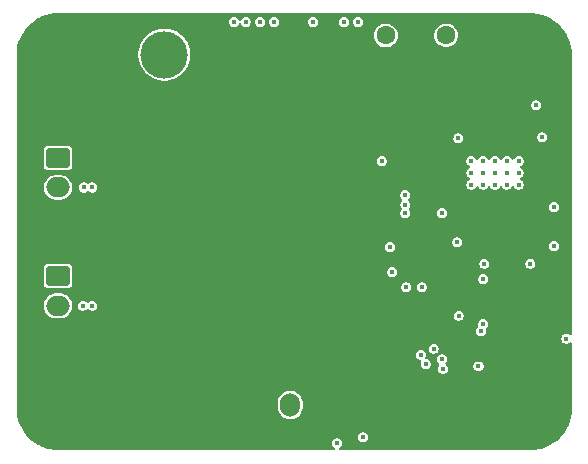
<source format=gbr>
%TF.GenerationSoftware,KiCad,Pcbnew,9.0.6-9.0.6~ubuntu22.04.1*%
%TF.CreationDate,2025-11-05T22:25:10+01:00*%
%TF.ProjectId,FliperKAd,466c6970-6572-44b4-9164-2e6b69636164,rev?*%
%TF.SameCoordinates,Original*%
%TF.FileFunction,Copper,L2,Inr*%
%TF.FilePolarity,Positive*%
%FSLAX46Y46*%
G04 Gerber Fmt 4.6, Leading zero omitted, Abs format (unit mm)*
G04 Created by KiCad (PCBNEW 9.0.6-9.0.6~ubuntu22.04.1) date 2025-11-05 22:25:10*
%MOMM*%
%LPD*%
G01*
G04 APERTURE LIST*
G04 Aperture macros list*
%AMRoundRect*
0 Rectangle with rounded corners*
0 $1 Rounding radius*
0 $2 $3 $4 $5 $6 $7 $8 $9 X,Y pos of 4 corners*
0 Add a 4 corners polygon primitive as box body*
4,1,4,$2,$3,$4,$5,$6,$7,$8,$9,$2,$3,0*
0 Add four circle primitives for the rounded corners*
1,1,$1+$1,$2,$3*
1,1,$1+$1,$4,$5*
1,1,$1+$1,$6,$7*
1,1,$1+$1,$8,$9*
0 Add four rect primitives between the rounded corners*
20,1,$1+$1,$2,$3,$4,$5,0*
20,1,$1+$1,$4,$5,$6,$7,0*
20,1,$1+$1,$6,$7,$8,$9,0*
20,1,$1+$1,$8,$9,$2,$3,0*%
G04 Aperture macros list end*
%TA.AperFunction,ComponentPad*%
%ADD10RoundRect,0.760000X1.140000X1.140000X-1.140000X1.140000X-1.140000X-1.140000X1.140000X-1.140000X0*%
%TD*%
%TA.AperFunction,ComponentPad*%
%ADD11C,4.000000*%
%TD*%
%TA.AperFunction,ComponentPad*%
%ADD12C,0.800000*%
%TD*%
%TA.AperFunction,ComponentPad*%
%ADD13C,6.400000*%
%TD*%
%TA.AperFunction,ComponentPad*%
%ADD14RoundRect,0.250000X-0.750000X0.600000X-0.750000X-0.600000X0.750000X-0.600000X0.750000X0.600000X0*%
%TD*%
%TA.AperFunction,ComponentPad*%
%ADD15O,2.000000X1.700000*%
%TD*%
%TA.AperFunction,ComponentPad*%
%ADD16RoundRect,0.800000X0.000010X0.000010X-0.000010X0.000010X-0.000010X-0.000010X0.000010X-0.000010X0*%
%TD*%
%TA.AperFunction,ComponentPad*%
%ADD17O,1.700000X2.000000*%
%TD*%
%TA.AperFunction,ComponentPad*%
%ADD18RoundRect,0.250000X-0.600000X-0.750000X0.600000X-0.750000X0.600000X0.750000X-0.600000X0.750000X0*%
%TD*%
%TA.AperFunction,ViaPad*%
%ADD19C,0.450000*%
%TD*%
G04 APERTURE END LIST*
D10*
%TO.N,GND*%
%TO.C,J2*%
X34000000Y-20000000D03*
D11*
%TO.N,+24V*%
X29000000Y-20000000D03*
%TD*%
D12*
%TO.N,GND*%
%TO.C,H1*%
X17600000Y-20000000D03*
X18302944Y-18302944D03*
X18302944Y-21697056D03*
X20000000Y-17600000D03*
D13*
X20000000Y-20000000D03*
D12*
X20000000Y-22400000D03*
X21697056Y-18302944D03*
X21697056Y-21697056D03*
X22400000Y-20000000D03*
%TD*%
%TO.N,GND*%
%TO.C,H2*%
X57600000Y-20000000D03*
X58302944Y-18302944D03*
X58302944Y-21697056D03*
X60000000Y-17600000D03*
D13*
X60000000Y-20000000D03*
D12*
X60000000Y-22400000D03*
X61697056Y-18302944D03*
X61697056Y-21697056D03*
X62400000Y-20000000D03*
%TD*%
D14*
%TO.N,Sortie-Sol\u00E9noideA*%
%TO.C,J3*%
X20000000Y-28750000D03*
D15*
%TO.N,+24V*%
X20000000Y-31250000D03*
%TD*%
D12*
%TO.N,GND*%
%TO.C,H3*%
X57600000Y-50000000D03*
X58302944Y-48302944D03*
X58302944Y-51697056D03*
X60000000Y-47600000D03*
D13*
X60000000Y-50000000D03*
D12*
X60000000Y-52400000D03*
X61697056Y-48302944D03*
X61697056Y-51697056D03*
X62400000Y-50000000D03*
%TD*%
D16*
%TO.N,+24V*%
%TO.C,U3*%
X47755000Y-18380000D03*
%TO.N,GND*%
X50300000Y-18370000D03*
%TO.N,/12test*%
X52855000Y-18370000D03*
%TD*%
D12*
%TO.N,GND*%
%TO.C,H4*%
X17600000Y-50000000D03*
X18302944Y-48302944D03*
X18302944Y-51697056D03*
X20000000Y-47600000D03*
D13*
X20000000Y-50000000D03*
D12*
X20000000Y-52400000D03*
X21697056Y-48302944D03*
X21697056Y-51697056D03*
X22400000Y-50000000D03*
%TD*%
D17*
%TO.N,Bouton_Actif*%
%TO.C,J1*%
X39675000Y-49675000D03*
D18*
%TO.N,GND*%
X37175000Y-49675000D03*
%TD*%
D14*
%TO.N,Sortie-Sol\u00E9noideB*%
%TO.C,J4*%
X20000000Y-38750000D03*
D15*
%TO.N,+24V*%
X20000000Y-41250000D03*
%TD*%
D19*
%TO.N,GND*%
X27300000Y-31800000D03*
X32500000Y-31800000D03*
X29900000Y-32600000D03*
X29900000Y-31000000D03*
X27300000Y-43300000D03*
X32500000Y-43300000D03*
X29900000Y-44100000D03*
X29900000Y-42500000D03*
X45600000Y-51500000D03*
X54700000Y-46600000D03*
%TO.N,+12V*%
X61000000Y-27000000D03*
%TO.N,+24V*%
X58000000Y-30000000D03*
X57000000Y-30000000D03*
X56000000Y-30000000D03*
X55000000Y-30000000D03*
X55000000Y-31000000D03*
X56000000Y-31000000D03*
X57000000Y-31000000D03*
X58000000Y-31000000D03*
X59000000Y-31000000D03*
X59000000Y-30000000D03*
X59000000Y-29000000D03*
X58000000Y-29000000D03*
X57000000Y-29000000D03*
X56000000Y-29000000D03*
X55000000Y-29000000D03*
%TO.N,NRST*%
X56000000Y-39000000D03*
X51122250Y-46200000D03*
%TO.N,USART2_RX*%
X60000000Y-37700000D03*
%TO.N,USART2_TX*%
X52500000Y-45800000D03*
X56100000Y-37700000D03*
%TO.N,USART2_RX*%
X52600000Y-46600000D03*
%TO.N,SYS_SWCLK*%
X56000000Y-42800000D03*
X50725000Y-45400000D03*
%TO.N,SYS_SWDIO*%
X55800000Y-43400000D03*
X51800000Y-44900000D03*
%TO.N,GND*%
X47100000Y-34500000D03*
%TO.N,/Test 3.3*%
X49400000Y-32700000D03*
%TO.N,Net-(U4-FSW)*%
X53800000Y-35900000D03*
X49400000Y-31900000D03*
%TO.N,Net-(U4-FB)*%
X49400000Y-33400000D03*
X52500000Y-33400000D03*
%TO.N,GND*%
X58300000Y-34300000D03*
X55900000Y-34300000D03*
X57100000Y-35500000D03*
X59200000Y-33900000D03*
%TO.N,+24V*%
X60500000Y-24300000D03*
X45400000Y-17225000D03*
X41600000Y-17225000D03*
X44200000Y-17225000D03*
X34900000Y-17225000D03*
X35900000Y-17225000D03*
X37100000Y-17225000D03*
X38300000Y-17225000D03*
%TO.N,GND*%
X46000000Y-20175000D03*
X45000000Y-20175000D03*
X44100000Y-20175000D03*
X36700000Y-20175000D03*
X37700000Y-20175000D03*
X38700000Y-20175000D03*
X41700000Y-20175000D03*
X53225000Y-51600000D03*
%TO.N,Com-SolB*%
X50800000Y-39700000D03*
X49500000Y-39700000D03*
%TO.N,GND*%
X44900000Y-28700000D03*
X44900000Y-41100000D03*
%TO.N,+24V*%
X22200000Y-31250000D03*
X22900000Y-31250000D03*
X22900000Y-41250000D03*
X22100000Y-41250000D03*
%TO.N,GND*%
X47400000Y-53100000D03*
%TO.N,+3.3V*%
X45825000Y-52400000D03*
X43625000Y-52900000D03*
%TO.N,GND*%
X44425000Y-50500000D03*
%TO.N,+3.3V*%
X53925000Y-42100000D03*
X55600000Y-46400000D03*
%TO.N,GND*%
X55200000Y-44800000D03*
%TO.N,+3.3V*%
X62000000Y-36200000D03*
%TO.N,/Test 3.3*%
X62000000Y-32900000D03*
X53900000Y-27100000D03*
%TO.N,+3.3V*%
X63040000Y-44040000D03*
%TO.N,GND*%
X63070000Y-42770000D03*
X63100000Y-41500000D03*
X63100000Y-39000000D03*
%TO.N,+12V*%
X47400000Y-29000000D03*
X48100000Y-36300000D03*
X48300000Y-38400000D03*
%TO.N,GND*%
X55200000Y-38400000D03*
X50900000Y-34100000D03*
X50900000Y-32600000D03*
X49300000Y-29900000D03*
X49200000Y-27100000D03*
%TD*%
%TA.AperFunction,Conductor*%
%TO.N,GND*%
G36*
X60003032Y-16500648D02*
G01*
X60336929Y-16517052D01*
X60349037Y-16518245D01*
X60452146Y-16533539D01*
X60676699Y-16566849D01*
X60688617Y-16569219D01*
X61009951Y-16649709D01*
X61021588Y-16653240D01*
X61092806Y-16678722D01*
X61333467Y-16764832D01*
X61344688Y-16769479D01*
X61644163Y-16911120D01*
X61654871Y-16916844D01*
X61938986Y-17087136D01*
X61938988Y-17087137D01*
X61949103Y-17093895D01*
X61978184Y-17115463D01*
X62215170Y-17291224D01*
X62224576Y-17298944D01*
X62470013Y-17521395D01*
X62478604Y-17529986D01*
X62587831Y-17650499D01*
X62701055Y-17775423D01*
X62708775Y-17784829D01*
X62906102Y-18050893D01*
X62912862Y-18061011D01*
X63081294Y-18342024D01*
X63083148Y-18345116D01*
X63088883Y-18355844D01*
X63184220Y-18557418D01*
X63230514Y-18655297D01*
X63235170Y-18666540D01*
X63346759Y-18978411D01*
X63350292Y-18990055D01*
X63430777Y-19311369D01*
X63433151Y-19323305D01*
X63481754Y-19650962D01*
X63482947Y-19663071D01*
X63499351Y-19996966D01*
X63499500Y-20003051D01*
X63499500Y-43600180D01*
X63479815Y-43667219D01*
X63427011Y-43712974D01*
X63357853Y-43722918D01*
X63309012Y-43702348D01*
X63308302Y-43703579D01*
X63204239Y-43643498D01*
X63204238Y-43643497D01*
X63204237Y-43643497D01*
X63096018Y-43614500D01*
X62983982Y-43614500D01*
X62875763Y-43643497D01*
X62875760Y-43643498D01*
X62778740Y-43699513D01*
X62778734Y-43699517D01*
X62699517Y-43778734D01*
X62699513Y-43778740D01*
X62643498Y-43875760D01*
X62643497Y-43875763D01*
X62614500Y-43983982D01*
X62614500Y-44096018D01*
X62643497Y-44204237D01*
X62699515Y-44301263D01*
X62778737Y-44380485D01*
X62875763Y-44436503D01*
X62983982Y-44465500D01*
X62983984Y-44465500D01*
X63096016Y-44465500D01*
X63096018Y-44465500D01*
X63204237Y-44436503D01*
X63301263Y-44380485D01*
X63301263Y-44380484D01*
X63308302Y-44376421D01*
X63309160Y-44377908D01*
X63365176Y-44356250D01*
X63433622Y-44370284D01*
X63483614Y-44419096D01*
X63499500Y-44479819D01*
X63499500Y-49996948D01*
X63499351Y-50003033D01*
X63482947Y-50336928D01*
X63481754Y-50349037D01*
X63433151Y-50676694D01*
X63430777Y-50688630D01*
X63350292Y-51009944D01*
X63346759Y-51021588D01*
X63235170Y-51333459D01*
X63230514Y-51344702D01*
X63088885Y-51644151D01*
X63083148Y-51654883D01*
X62912862Y-51938988D01*
X62906102Y-51949106D01*
X62708775Y-52215170D01*
X62701055Y-52224576D01*
X62478611Y-52470006D01*
X62470006Y-52478611D01*
X62224576Y-52701055D01*
X62215170Y-52708775D01*
X61949106Y-52906102D01*
X61938988Y-52912862D01*
X61654883Y-53083148D01*
X61644151Y-53088885D01*
X61344702Y-53230514D01*
X61333459Y-53235170D01*
X61021588Y-53346759D01*
X61009944Y-53350292D01*
X60688630Y-53430777D01*
X60676694Y-53433151D01*
X60349037Y-53481754D01*
X60336928Y-53482947D01*
X60021989Y-53498419D01*
X60003031Y-53499351D01*
X59996949Y-53499500D01*
X43900410Y-53499500D01*
X43833371Y-53479815D01*
X43787616Y-53427011D01*
X43777672Y-53357853D01*
X43806697Y-53294297D01*
X43838410Y-53268113D01*
X43840212Y-53267072D01*
X43886263Y-53240485D01*
X43965485Y-53161263D01*
X44021503Y-53064237D01*
X44050500Y-52956018D01*
X44050500Y-52843982D01*
X44021503Y-52735763D01*
X43965485Y-52638737D01*
X43886263Y-52559515D01*
X43789237Y-52503497D01*
X43681018Y-52474500D01*
X43568982Y-52474500D01*
X43460763Y-52503497D01*
X43460760Y-52503498D01*
X43363740Y-52559513D01*
X43363734Y-52559517D01*
X43284517Y-52638734D01*
X43284513Y-52638740D01*
X43228498Y-52735760D01*
X43228497Y-52735763D01*
X43199500Y-52843982D01*
X43199500Y-52956018D01*
X43222912Y-53043391D01*
X43228497Y-53064236D01*
X43228498Y-53064239D01*
X43247169Y-53096579D01*
X43284515Y-53161263D01*
X43363737Y-53240485D01*
X43408458Y-53266304D01*
X43411590Y-53268113D01*
X43459806Y-53318680D01*
X43473029Y-53387287D01*
X43447060Y-53452152D01*
X43390146Y-53492680D01*
X43349590Y-53499500D01*
X20003051Y-53499500D01*
X19996968Y-53499351D01*
X19976900Y-53498365D01*
X19663071Y-53482947D01*
X19650962Y-53481754D01*
X19323305Y-53433151D01*
X19311369Y-53430777D01*
X18990055Y-53350292D01*
X18978411Y-53346759D01*
X18666540Y-53235170D01*
X18655301Y-53230515D01*
X18355844Y-53088883D01*
X18345121Y-53083150D01*
X18061011Y-52912862D01*
X18050893Y-52906102D01*
X17784829Y-52708775D01*
X17775423Y-52701055D01*
X17706669Y-52638740D01*
X17529986Y-52478604D01*
X17521395Y-52470013D01*
X17407167Y-52343982D01*
X45399500Y-52343982D01*
X45399500Y-52456018D01*
X45428497Y-52564237D01*
X45484515Y-52661263D01*
X45563737Y-52740485D01*
X45660763Y-52796503D01*
X45768982Y-52825500D01*
X45768984Y-52825500D01*
X45881016Y-52825500D01*
X45881018Y-52825500D01*
X45989237Y-52796503D01*
X46086263Y-52740485D01*
X46165485Y-52661263D01*
X46221503Y-52564237D01*
X46250500Y-52456018D01*
X46250500Y-52343982D01*
X46221503Y-52235763D01*
X46165485Y-52138737D01*
X46086263Y-52059515D01*
X45989237Y-52003497D01*
X45881018Y-51974500D01*
X45768982Y-51974500D01*
X45660763Y-52003497D01*
X45660760Y-52003498D01*
X45563740Y-52059513D01*
X45563734Y-52059517D01*
X45484517Y-52138734D01*
X45484513Y-52138740D01*
X45428498Y-52235760D01*
X45428497Y-52235763D01*
X45399500Y-52343982D01*
X17407167Y-52343982D01*
X17298944Y-52224576D01*
X17291224Y-52215170D01*
X17093897Y-51949106D01*
X17087137Y-51938988D01*
X16916844Y-51654871D01*
X16911120Y-51644163D01*
X16769479Y-51344688D01*
X16764829Y-51333459D01*
X16653240Y-51021588D01*
X16649707Y-51009944D01*
X16616031Y-50875500D01*
X16569219Y-50688617D01*
X16566848Y-50676694D01*
X16518245Y-50349037D01*
X16517052Y-50336927D01*
X16500649Y-50003032D01*
X16500500Y-49996948D01*
X16500500Y-49421530D01*
X38624500Y-49421530D01*
X38624500Y-49928469D01*
X38664868Y-50131412D01*
X38664870Y-50131420D01*
X38691825Y-50196496D01*
X38744059Y-50322598D01*
X38761725Y-50349037D01*
X38859024Y-50494657D01*
X39005342Y-50640975D01*
X39005345Y-50640977D01*
X39177402Y-50755941D01*
X39368580Y-50835130D01*
X39571530Y-50875499D01*
X39571534Y-50875500D01*
X39571535Y-50875500D01*
X39778466Y-50875500D01*
X39778467Y-50875499D01*
X39981420Y-50835130D01*
X40172598Y-50755941D01*
X40344655Y-50640977D01*
X40490977Y-50494655D01*
X40605941Y-50322598D01*
X40685130Y-50131420D01*
X40725500Y-49928465D01*
X40725500Y-49421535D01*
X40685130Y-49218580D01*
X40605941Y-49027402D01*
X40490977Y-48855345D01*
X40490975Y-48855342D01*
X40344657Y-48709024D01*
X40258626Y-48651541D01*
X40172598Y-48594059D01*
X39981420Y-48514870D01*
X39981412Y-48514868D01*
X39778469Y-48474500D01*
X39778465Y-48474500D01*
X39571535Y-48474500D01*
X39571530Y-48474500D01*
X39368587Y-48514868D01*
X39368579Y-48514870D01*
X39177403Y-48594058D01*
X39005342Y-48709024D01*
X38859024Y-48855342D01*
X38744058Y-49027403D01*
X38664870Y-49218579D01*
X38664868Y-49218587D01*
X38624500Y-49421530D01*
X16500500Y-49421530D01*
X16500500Y-45343982D01*
X50299500Y-45343982D01*
X50299500Y-45456018D01*
X50328497Y-45564237D01*
X50384515Y-45661263D01*
X50463737Y-45740485D01*
X50560763Y-45796503D01*
X50667181Y-45825017D01*
X50726839Y-45861381D01*
X50757369Y-45924227D01*
X50749075Y-45993603D01*
X50742474Y-46006789D01*
X50725749Y-46035758D01*
X50725747Y-46035763D01*
X50696750Y-46143982D01*
X50696750Y-46256018D01*
X50725747Y-46364237D01*
X50781765Y-46461263D01*
X50860987Y-46540485D01*
X50958013Y-46596503D01*
X51066232Y-46625500D01*
X51066234Y-46625500D01*
X51178266Y-46625500D01*
X51178268Y-46625500D01*
X51286487Y-46596503D01*
X51383513Y-46540485D01*
X51462735Y-46461263D01*
X51518753Y-46364237D01*
X51547750Y-46256018D01*
X51547750Y-46143982D01*
X51518753Y-46035763D01*
X51462735Y-45938737D01*
X51383513Y-45859515D01*
X51376450Y-45855437D01*
X51363346Y-45847871D01*
X51363342Y-45847869D01*
X51286487Y-45803497D01*
X51178268Y-45774500D01*
X51176690Y-45774500D01*
X51166799Y-45770612D01*
X51144507Y-45753306D01*
X51129209Y-45743982D01*
X52074500Y-45743982D01*
X52074500Y-45856018D01*
X52103497Y-45964237D01*
X52159515Y-46061263D01*
X52238737Y-46140485D01*
X52238740Y-46140487D01*
X52245186Y-46145433D01*
X52244194Y-46146725D01*
X52285858Y-46190413D01*
X52299086Y-46259019D01*
X52273124Y-46323886D01*
X52263333Y-46334919D01*
X52259516Y-46338735D01*
X52259513Y-46338740D01*
X52203498Y-46435760D01*
X52203497Y-46435763D01*
X52174500Y-46543982D01*
X52174500Y-46656018D01*
X52203497Y-46764237D01*
X52259515Y-46861263D01*
X52338737Y-46940485D01*
X52435763Y-46996503D01*
X52543982Y-47025500D01*
X52543984Y-47025500D01*
X52656016Y-47025500D01*
X52656018Y-47025500D01*
X52764237Y-46996503D01*
X52861263Y-46940485D01*
X52940485Y-46861263D01*
X52996503Y-46764237D01*
X53025500Y-46656018D01*
X53025500Y-46543982D01*
X52996503Y-46435763D01*
X52943513Y-46343982D01*
X55174500Y-46343982D01*
X55174500Y-46456018D01*
X55203497Y-46564237D01*
X55259515Y-46661263D01*
X55338737Y-46740485D01*
X55435763Y-46796503D01*
X55543982Y-46825500D01*
X55543984Y-46825500D01*
X55656016Y-46825500D01*
X55656018Y-46825500D01*
X55764237Y-46796503D01*
X55861263Y-46740485D01*
X55940485Y-46661263D01*
X55996503Y-46564237D01*
X56025500Y-46456018D01*
X56025500Y-46343982D01*
X55996503Y-46235763D01*
X55940485Y-46138737D01*
X55861263Y-46059515D01*
X55764237Y-46003497D01*
X55656018Y-45974500D01*
X55543982Y-45974500D01*
X55435763Y-46003497D01*
X55435760Y-46003498D01*
X55338740Y-46059513D01*
X55338734Y-46059517D01*
X55259517Y-46138734D01*
X55259513Y-46138740D01*
X55203498Y-46235760D01*
X55203497Y-46235763D01*
X55174500Y-46343982D01*
X52943513Y-46343982D01*
X52940485Y-46338737D01*
X52861263Y-46259515D01*
X52844121Y-46249618D01*
X52830385Y-46233665D01*
X52824306Y-46220243D01*
X52814138Y-46209580D01*
X52810182Y-46189058D01*
X52801559Y-46170019D01*
X52803701Y-46155441D01*
X52800913Y-46140974D01*
X52808680Y-46121569D01*
X52811720Y-46100892D01*
X52821402Y-46089787D01*
X52826879Y-46076108D01*
X52836659Y-46065088D01*
X52840485Y-46061263D01*
X52896503Y-45964237D01*
X52925500Y-45856018D01*
X52925500Y-45743982D01*
X52896503Y-45635763D01*
X52840485Y-45538737D01*
X52761263Y-45459515D01*
X52664237Y-45403497D01*
X52556018Y-45374500D01*
X52443982Y-45374500D01*
X52335763Y-45403497D01*
X52335760Y-45403498D01*
X52238740Y-45459513D01*
X52238734Y-45459517D01*
X52159517Y-45538734D01*
X52159513Y-45538740D01*
X52103498Y-45635760D01*
X52103497Y-45635763D01*
X52074500Y-45743982D01*
X51129209Y-45743982D01*
X51120409Y-45738618D01*
X51117274Y-45732166D01*
X51111608Y-45727767D01*
X51102210Y-45701154D01*
X51089880Y-45675771D01*
X51090731Y-45668648D01*
X51088343Y-45661884D01*
X51094824Y-45634414D01*
X51098175Y-45606395D01*
X51104344Y-45594071D01*
X51104389Y-45593882D01*
X51104485Y-45593788D01*
X51104777Y-45593207D01*
X51121503Y-45564237D01*
X51150500Y-45456018D01*
X51150500Y-45343982D01*
X51121503Y-45235763D01*
X51065485Y-45138737D01*
X50986263Y-45059515D01*
X50889237Y-45003497D01*
X50781018Y-44974500D01*
X50668982Y-44974500D01*
X50560763Y-45003497D01*
X50560760Y-45003498D01*
X50463740Y-45059513D01*
X50463734Y-45059517D01*
X50384517Y-45138734D01*
X50384513Y-45138740D01*
X50328498Y-45235760D01*
X50328497Y-45235763D01*
X50299500Y-45343982D01*
X16500500Y-45343982D01*
X16500500Y-44843982D01*
X51374500Y-44843982D01*
X51374500Y-44956018D01*
X51403497Y-45064237D01*
X51459515Y-45161263D01*
X51538737Y-45240485D01*
X51635763Y-45296503D01*
X51743982Y-45325500D01*
X51743984Y-45325500D01*
X51856016Y-45325500D01*
X51856018Y-45325500D01*
X51964237Y-45296503D01*
X52061263Y-45240485D01*
X52140485Y-45161263D01*
X52196503Y-45064237D01*
X52225500Y-44956018D01*
X52225500Y-44843982D01*
X52196503Y-44735763D01*
X52140485Y-44638737D01*
X52061263Y-44559515D01*
X51964237Y-44503497D01*
X51856018Y-44474500D01*
X51743982Y-44474500D01*
X51635763Y-44503497D01*
X51635760Y-44503498D01*
X51538740Y-44559513D01*
X51538734Y-44559517D01*
X51459517Y-44638734D01*
X51459513Y-44638740D01*
X51403498Y-44735760D01*
X51403497Y-44735763D01*
X51374500Y-44843982D01*
X16500500Y-44843982D01*
X16500500Y-43343982D01*
X55374500Y-43343982D01*
X55374500Y-43456018D01*
X55403497Y-43564237D01*
X55459515Y-43661263D01*
X55538737Y-43740485D01*
X55635763Y-43796503D01*
X55743982Y-43825500D01*
X55743984Y-43825500D01*
X55856016Y-43825500D01*
X55856018Y-43825500D01*
X55964237Y-43796503D01*
X56061263Y-43740485D01*
X56140485Y-43661263D01*
X56196503Y-43564237D01*
X56225500Y-43456018D01*
X56225500Y-43343982D01*
X56207695Y-43277532D01*
X56209358Y-43207687D01*
X56248520Y-43149825D01*
X56254822Y-43145449D01*
X56254812Y-43145435D01*
X56261256Y-43140488D01*
X56261263Y-43140485D01*
X56340485Y-43061263D01*
X56396503Y-42964237D01*
X56425500Y-42856018D01*
X56425500Y-42743982D01*
X56396503Y-42635763D01*
X56340485Y-42538737D01*
X56261263Y-42459515D01*
X56164237Y-42403497D01*
X56056018Y-42374500D01*
X55943982Y-42374500D01*
X55835763Y-42403497D01*
X55835760Y-42403498D01*
X55738740Y-42459513D01*
X55738734Y-42459517D01*
X55659517Y-42538734D01*
X55659513Y-42538740D01*
X55603498Y-42635760D01*
X55603497Y-42635763D01*
X55574500Y-42743982D01*
X55574500Y-42856017D01*
X55592304Y-42922464D01*
X55590641Y-42992314D01*
X55551478Y-43050176D01*
X55545175Y-43054553D01*
X55545186Y-43054567D01*
X55538734Y-43059517D01*
X55459517Y-43138734D01*
X55459513Y-43138740D01*
X55403498Y-43235760D01*
X55403497Y-43235763D01*
X55374500Y-43343982D01*
X16500500Y-43343982D01*
X16500500Y-41146530D01*
X18799500Y-41146530D01*
X18799500Y-41353469D01*
X18830888Y-41511265D01*
X18839870Y-41556420D01*
X18919059Y-41747598D01*
X18927022Y-41759515D01*
X19034024Y-41919657D01*
X19180342Y-42065975D01*
X19180345Y-42065977D01*
X19352402Y-42180941D01*
X19543580Y-42260130D01*
X19746530Y-42300499D01*
X19746534Y-42300500D01*
X19746535Y-42300500D01*
X20253466Y-42300500D01*
X20253467Y-42300499D01*
X20456420Y-42260130D01*
X20647598Y-42180941D01*
X20819655Y-42065977D01*
X20841650Y-42043982D01*
X53499500Y-42043982D01*
X53499500Y-42156018D01*
X53528497Y-42264237D01*
X53584515Y-42361263D01*
X53663737Y-42440485D01*
X53760763Y-42496503D01*
X53868982Y-42525500D01*
X53868984Y-42525500D01*
X53981016Y-42525500D01*
X53981018Y-42525500D01*
X54089237Y-42496503D01*
X54186263Y-42440485D01*
X54265485Y-42361263D01*
X54321503Y-42264237D01*
X54350500Y-42156018D01*
X54350500Y-42043982D01*
X54321503Y-41935763D01*
X54265485Y-41838737D01*
X54186263Y-41759515D01*
X54089237Y-41703497D01*
X53981018Y-41674500D01*
X53868982Y-41674500D01*
X53760763Y-41703497D01*
X53760760Y-41703498D01*
X53663740Y-41759513D01*
X53663734Y-41759517D01*
X53584517Y-41838734D01*
X53584513Y-41838740D01*
X53528498Y-41935760D01*
X53528497Y-41935763D01*
X53499500Y-42043982D01*
X20841650Y-42043982D01*
X20937459Y-41948174D01*
X20965974Y-41919658D01*
X20965975Y-41919657D01*
X20965977Y-41919655D01*
X21080941Y-41747598D01*
X21160130Y-41556420D01*
X21200500Y-41353465D01*
X21200500Y-41193982D01*
X21674500Y-41193982D01*
X21674500Y-41306018D01*
X21703497Y-41414237D01*
X21759515Y-41511263D01*
X21838737Y-41590485D01*
X21935763Y-41646503D01*
X22043982Y-41675500D01*
X22043984Y-41675500D01*
X22156016Y-41675500D01*
X22156018Y-41675500D01*
X22264237Y-41646503D01*
X22361263Y-41590485D01*
X22412319Y-41539429D01*
X22473642Y-41505944D01*
X22543334Y-41510928D01*
X22587681Y-41539429D01*
X22638737Y-41590485D01*
X22735763Y-41646503D01*
X22843982Y-41675500D01*
X22843984Y-41675500D01*
X22956016Y-41675500D01*
X22956018Y-41675500D01*
X23064237Y-41646503D01*
X23161263Y-41590485D01*
X23240485Y-41511263D01*
X23296503Y-41414237D01*
X23325500Y-41306018D01*
X23325500Y-41193982D01*
X23296503Y-41085763D01*
X23240485Y-40988737D01*
X23161263Y-40909515D01*
X23064237Y-40853497D01*
X22956018Y-40824500D01*
X22843982Y-40824500D01*
X22735763Y-40853497D01*
X22735760Y-40853498D01*
X22638740Y-40909513D01*
X22638734Y-40909517D01*
X22587681Y-40960571D01*
X22526358Y-40994056D01*
X22456666Y-40989072D01*
X22412319Y-40960571D01*
X22361265Y-40909517D01*
X22361263Y-40909515D01*
X22264237Y-40853497D01*
X22156018Y-40824500D01*
X22043982Y-40824500D01*
X21935763Y-40853497D01*
X21935760Y-40853498D01*
X21838740Y-40909513D01*
X21838734Y-40909517D01*
X21759517Y-40988734D01*
X21759513Y-40988740D01*
X21703498Y-41085760D01*
X21703497Y-41085763D01*
X21674500Y-41193982D01*
X21200500Y-41193982D01*
X21200500Y-41146535D01*
X21160130Y-40943580D01*
X21080941Y-40752402D01*
X20965977Y-40580345D01*
X20965975Y-40580342D01*
X20819657Y-40434024D01*
X20733626Y-40376541D01*
X20647598Y-40319059D01*
X20456420Y-40239870D01*
X20456412Y-40239868D01*
X20253469Y-40199500D01*
X20253465Y-40199500D01*
X19746535Y-40199500D01*
X19746530Y-40199500D01*
X19543587Y-40239868D01*
X19543579Y-40239870D01*
X19352403Y-40319058D01*
X19180342Y-40434024D01*
X19034024Y-40580342D01*
X18919058Y-40752403D01*
X18839870Y-40943579D01*
X18839868Y-40943587D01*
X18799500Y-41146530D01*
X16500500Y-41146530D01*
X16500500Y-38095730D01*
X18799500Y-38095730D01*
X18799500Y-39404269D01*
X18802353Y-39434699D01*
X18802353Y-39434701D01*
X18847206Y-39562880D01*
X18847207Y-39562882D01*
X18927850Y-39672150D01*
X19037118Y-39752793D01*
X19046332Y-39756017D01*
X19165299Y-39797646D01*
X19195730Y-39800500D01*
X19195734Y-39800500D01*
X20804270Y-39800500D01*
X20834699Y-39797646D01*
X20834701Y-39797646D01*
X20898790Y-39775219D01*
X20962882Y-39752793D01*
X21072150Y-39672150D01*
X21092939Y-39643982D01*
X49074500Y-39643982D01*
X49074500Y-39756018D01*
X49103497Y-39864237D01*
X49159515Y-39961263D01*
X49238737Y-40040485D01*
X49335763Y-40096503D01*
X49443982Y-40125500D01*
X49443984Y-40125500D01*
X49556016Y-40125500D01*
X49556018Y-40125500D01*
X49664237Y-40096503D01*
X49761263Y-40040485D01*
X49840485Y-39961263D01*
X49896503Y-39864237D01*
X49925500Y-39756018D01*
X49925500Y-39643982D01*
X50374500Y-39643982D01*
X50374500Y-39756018D01*
X50403497Y-39864237D01*
X50459515Y-39961263D01*
X50538737Y-40040485D01*
X50635763Y-40096503D01*
X50743982Y-40125500D01*
X50743984Y-40125500D01*
X50856016Y-40125500D01*
X50856018Y-40125500D01*
X50964237Y-40096503D01*
X51061263Y-40040485D01*
X51140485Y-39961263D01*
X51196503Y-39864237D01*
X51225500Y-39756018D01*
X51225500Y-39643982D01*
X51196503Y-39535763D01*
X51140485Y-39438737D01*
X51061263Y-39359515D01*
X50964237Y-39303497D01*
X50856018Y-39274500D01*
X50743982Y-39274500D01*
X50635763Y-39303497D01*
X50635760Y-39303498D01*
X50538740Y-39359513D01*
X50538734Y-39359517D01*
X50459517Y-39438734D01*
X50459513Y-39438740D01*
X50403498Y-39535760D01*
X50403497Y-39535763D01*
X50374500Y-39643982D01*
X49925500Y-39643982D01*
X49896503Y-39535763D01*
X49840485Y-39438737D01*
X49761263Y-39359515D01*
X49664237Y-39303497D01*
X49556018Y-39274500D01*
X49443982Y-39274500D01*
X49335763Y-39303497D01*
X49335760Y-39303498D01*
X49238740Y-39359513D01*
X49238734Y-39359517D01*
X49159517Y-39438734D01*
X49159513Y-39438740D01*
X49103498Y-39535760D01*
X49103497Y-39535763D01*
X49074500Y-39643982D01*
X21092939Y-39643982D01*
X21152793Y-39562882D01*
X21175219Y-39498790D01*
X21197646Y-39434701D01*
X21197646Y-39434699D01*
X21200500Y-39404269D01*
X21200500Y-38943982D01*
X55574500Y-38943982D01*
X55574500Y-39056018D01*
X55603497Y-39164237D01*
X55659515Y-39261263D01*
X55738737Y-39340485D01*
X55835763Y-39396503D01*
X55943982Y-39425500D01*
X55943984Y-39425500D01*
X56056016Y-39425500D01*
X56056018Y-39425500D01*
X56164237Y-39396503D01*
X56261263Y-39340485D01*
X56340485Y-39261263D01*
X56396503Y-39164237D01*
X56425500Y-39056018D01*
X56425500Y-38943982D01*
X56396503Y-38835763D01*
X56340485Y-38738737D01*
X56261263Y-38659515D01*
X56164237Y-38603497D01*
X56056018Y-38574500D01*
X55943982Y-38574500D01*
X55835763Y-38603497D01*
X55835760Y-38603498D01*
X55738740Y-38659513D01*
X55738734Y-38659517D01*
X55659517Y-38738734D01*
X55659513Y-38738740D01*
X55603498Y-38835760D01*
X55603497Y-38835763D01*
X55574500Y-38943982D01*
X21200500Y-38943982D01*
X21200500Y-38343982D01*
X47874500Y-38343982D01*
X47874500Y-38456018D01*
X47903497Y-38564237D01*
X47959515Y-38661263D01*
X48038737Y-38740485D01*
X48135763Y-38796503D01*
X48243982Y-38825500D01*
X48243984Y-38825500D01*
X48356016Y-38825500D01*
X48356018Y-38825500D01*
X48464237Y-38796503D01*
X48561263Y-38740485D01*
X48640485Y-38661263D01*
X48696503Y-38564237D01*
X48725500Y-38456018D01*
X48725500Y-38343982D01*
X48696503Y-38235763D01*
X48640485Y-38138737D01*
X48561263Y-38059515D01*
X48464237Y-38003497D01*
X48356018Y-37974500D01*
X48243982Y-37974500D01*
X48135763Y-38003497D01*
X48135760Y-38003498D01*
X48038740Y-38059513D01*
X48038734Y-38059517D01*
X47959517Y-38138734D01*
X47959513Y-38138740D01*
X47903498Y-38235760D01*
X47903497Y-38235763D01*
X47874500Y-38343982D01*
X21200500Y-38343982D01*
X21200500Y-38095730D01*
X21197646Y-38065300D01*
X21197646Y-38065298D01*
X21152793Y-37937119D01*
X21152792Y-37937117D01*
X21072150Y-37827850D01*
X20962882Y-37747207D01*
X20962881Y-37747206D01*
X20834700Y-37702353D01*
X20804270Y-37699500D01*
X20804266Y-37699500D01*
X19195734Y-37699500D01*
X19195730Y-37699500D01*
X19165300Y-37702353D01*
X19165298Y-37702353D01*
X19037119Y-37747206D01*
X19037117Y-37747207D01*
X18927850Y-37827850D01*
X18847207Y-37937117D01*
X18847206Y-37937119D01*
X18802353Y-38065298D01*
X18802353Y-38065300D01*
X18799500Y-38095730D01*
X16500500Y-38095730D01*
X16500500Y-37643982D01*
X55674500Y-37643982D01*
X55674500Y-37756018D01*
X55703497Y-37864237D01*
X55759515Y-37961263D01*
X55838737Y-38040485D01*
X55935763Y-38096503D01*
X56043982Y-38125500D01*
X56043984Y-38125500D01*
X56156016Y-38125500D01*
X56156018Y-38125500D01*
X56264237Y-38096503D01*
X56361263Y-38040485D01*
X56440485Y-37961263D01*
X56496503Y-37864237D01*
X56525500Y-37756018D01*
X56525500Y-37643982D01*
X59574500Y-37643982D01*
X59574500Y-37756018D01*
X59603497Y-37864237D01*
X59659515Y-37961263D01*
X59738737Y-38040485D01*
X59835763Y-38096503D01*
X59943982Y-38125500D01*
X59943984Y-38125500D01*
X60056016Y-38125500D01*
X60056018Y-38125500D01*
X60164237Y-38096503D01*
X60261263Y-38040485D01*
X60340485Y-37961263D01*
X60396503Y-37864237D01*
X60425500Y-37756018D01*
X60425500Y-37643982D01*
X60396503Y-37535763D01*
X60340485Y-37438737D01*
X60261263Y-37359515D01*
X60164237Y-37303497D01*
X60056018Y-37274500D01*
X59943982Y-37274500D01*
X59835763Y-37303497D01*
X59835760Y-37303498D01*
X59738740Y-37359513D01*
X59738734Y-37359517D01*
X59659517Y-37438734D01*
X59659513Y-37438740D01*
X59603498Y-37535760D01*
X59603497Y-37535763D01*
X59574500Y-37643982D01*
X56525500Y-37643982D01*
X56496503Y-37535763D01*
X56440485Y-37438737D01*
X56361263Y-37359515D01*
X56264237Y-37303497D01*
X56156018Y-37274500D01*
X56043982Y-37274500D01*
X55935763Y-37303497D01*
X55935760Y-37303498D01*
X55838740Y-37359513D01*
X55838734Y-37359517D01*
X55759517Y-37438734D01*
X55759513Y-37438740D01*
X55703498Y-37535760D01*
X55703497Y-37535763D01*
X55674500Y-37643982D01*
X16500500Y-37643982D01*
X16500500Y-36243982D01*
X47674500Y-36243982D01*
X47674500Y-36356018D01*
X47703497Y-36464237D01*
X47759515Y-36561263D01*
X47838737Y-36640485D01*
X47935763Y-36696503D01*
X48043982Y-36725500D01*
X48043984Y-36725500D01*
X48156016Y-36725500D01*
X48156018Y-36725500D01*
X48264237Y-36696503D01*
X48361263Y-36640485D01*
X48440485Y-36561263D01*
X48496503Y-36464237D01*
X48525500Y-36356018D01*
X48525500Y-36243982D01*
X48496503Y-36135763D01*
X48440485Y-36038737D01*
X48361263Y-35959515D01*
X48264237Y-35903497D01*
X48156018Y-35874500D01*
X48043982Y-35874500D01*
X47935763Y-35903497D01*
X47935760Y-35903498D01*
X47838740Y-35959513D01*
X47838734Y-35959517D01*
X47759517Y-36038734D01*
X47759513Y-36038740D01*
X47703498Y-36135760D01*
X47703497Y-36135763D01*
X47674500Y-36243982D01*
X16500500Y-36243982D01*
X16500500Y-35843982D01*
X53374500Y-35843982D01*
X53374500Y-35956018D01*
X53403497Y-36064237D01*
X53459515Y-36161263D01*
X53538737Y-36240485D01*
X53635763Y-36296503D01*
X53743982Y-36325500D01*
X53743984Y-36325500D01*
X53856016Y-36325500D01*
X53856018Y-36325500D01*
X53964237Y-36296503D01*
X54061263Y-36240485D01*
X54140485Y-36161263D01*
X54150462Y-36143982D01*
X61574500Y-36143982D01*
X61574500Y-36256018D01*
X61603497Y-36364237D01*
X61659515Y-36461263D01*
X61738737Y-36540485D01*
X61835763Y-36596503D01*
X61943982Y-36625500D01*
X61943984Y-36625500D01*
X62056016Y-36625500D01*
X62056018Y-36625500D01*
X62164237Y-36596503D01*
X62261263Y-36540485D01*
X62340485Y-36461263D01*
X62396503Y-36364237D01*
X62425500Y-36256018D01*
X62425500Y-36143982D01*
X62396503Y-36035763D01*
X62340485Y-35938737D01*
X62261263Y-35859515D01*
X62164237Y-35803497D01*
X62056018Y-35774500D01*
X61943982Y-35774500D01*
X61835763Y-35803497D01*
X61835760Y-35803498D01*
X61738740Y-35859513D01*
X61738734Y-35859517D01*
X61659517Y-35938734D01*
X61659513Y-35938740D01*
X61603498Y-36035760D01*
X61603497Y-36035763D01*
X61574500Y-36143982D01*
X54150462Y-36143982D01*
X54196503Y-36064237D01*
X54225500Y-35956018D01*
X54225500Y-35843982D01*
X54196503Y-35735763D01*
X54140485Y-35638737D01*
X54061263Y-35559515D01*
X53964237Y-35503497D01*
X53856018Y-35474500D01*
X53743982Y-35474500D01*
X53635763Y-35503497D01*
X53635760Y-35503498D01*
X53538740Y-35559513D01*
X53538734Y-35559517D01*
X53459517Y-35638734D01*
X53459513Y-35638740D01*
X53403498Y-35735760D01*
X53403497Y-35735763D01*
X53374500Y-35843982D01*
X16500500Y-35843982D01*
X16500500Y-31146530D01*
X18799500Y-31146530D01*
X18799500Y-31353469D01*
X18839868Y-31556412D01*
X18839870Y-31556420D01*
X18919058Y-31747596D01*
X19034024Y-31919657D01*
X19180342Y-32065975D01*
X19180345Y-32065977D01*
X19352402Y-32180941D01*
X19543580Y-32260130D01*
X19726441Y-32296503D01*
X19746530Y-32300499D01*
X19746534Y-32300500D01*
X19746535Y-32300500D01*
X20253466Y-32300500D01*
X20253467Y-32300499D01*
X20456420Y-32260130D01*
X20647598Y-32180941D01*
X20819655Y-32065977D01*
X20965977Y-31919655D01*
X21016540Y-31843982D01*
X48974500Y-31843982D01*
X48974500Y-31956017D01*
X49003497Y-32064236D01*
X49003498Y-32064239D01*
X49022169Y-32096579D01*
X49059515Y-32161263D01*
X49059517Y-32161265D01*
X49110571Y-32212319D01*
X49144056Y-32273642D01*
X49139072Y-32343334D01*
X49110571Y-32387681D01*
X49059517Y-32438734D01*
X49059513Y-32438740D01*
X49003498Y-32535760D01*
X49003497Y-32535763D01*
X48974500Y-32643982D01*
X48974500Y-32756018D01*
X49003497Y-32864237D01*
X49059515Y-32961263D01*
X49059517Y-32961265D01*
X49060577Y-32962325D01*
X49061184Y-32963437D01*
X49064462Y-32967709D01*
X49063795Y-32968220D01*
X49094057Y-33023651D01*
X49089068Y-33093342D01*
X49064177Y-33132072D01*
X49064462Y-33132291D01*
X49061847Y-33135698D01*
X49060577Y-33137675D01*
X49059517Y-33138734D01*
X49059513Y-33138740D01*
X49003498Y-33235760D01*
X49003497Y-33235763D01*
X48974500Y-33343982D01*
X48974500Y-33456018D01*
X49003497Y-33564237D01*
X49059515Y-33661263D01*
X49138737Y-33740485D01*
X49235763Y-33796503D01*
X49343982Y-33825500D01*
X49343984Y-33825500D01*
X49456016Y-33825500D01*
X49456018Y-33825500D01*
X49564237Y-33796503D01*
X49661263Y-33740485D01*
X49740485Y-33661263D01*
X49796503Y-33564237D01*
X49825500Y-33456018D01*
X49825500Y-33343982D01*
X52074500Y-33343982D01*
X52074500Y-33456018D01*
X52103497Y-33564237D01*
X52159515Y-33661263D01*
X52238737Y-33740485D01*
X52335763Y-33796503D01*
X52443982Y-33825500D01*
X52443984Y-33825500D01*
X52556016Y-33825500D01*
X52556018Y-33825500D01*
X52664237Y-33796503D01*
X52761263Y-33740485D01*
X52840485Y-33661263D01*
X52896503Y-33564237D01*
X52925500Y-33456018D01*
X52925500Y-33343982D01*
X52896503Y-33235763D01*
X52840485Y-33138737D01*
X52761263Y-33059515D01*
X52664237Y-33003497D01*
X52556018Y-32974500D01*
X52443982Y-32974500D01*
X52335763Y-33003497D01*
X52335760Y-33003498D01*
X52238740Y-33059513D01*
X52238734Y-33059517D01*
X52159517Y-33138734D01*
X52159513Y-33138740D01*
X52103498Y-33235760D01*
X52103497Y-33235763D01*
X52074500Y-33343982D01*
X49825500Y-33343982D01*
X49796503Y-33235763D01*
X49740485Y-33138737D01*
X49739429Y-33137681D01*
X49738824Y-33136573D01*
X49735538Y-33132291D01*
X49736205Y-33131778D01*
X49705944Y-33076358D01*
X49710928Y-33006666D01*
X49715850Y-32995253D01*
X49724912Y-32976835D01*
X49740485Y-32961263D01*
X49796503Y-32864237D01*
X49801930Y-32843982D01*
X61574500Y-32843982D01*
X61574500Y-32956018D01*
X61603497Y-33064237D01*
X61659515Y-33161263D01*
X61738737Y-33240485D01*
X61835763Y-33296503D01*
X61943982Y-33325500D01*
X61943984Y-33325500D01*
X62056016Y-33325500D01*
X62056018Y-33325500D01*
X62164237Y-33296503D01*
X62261263Y-33240485D01*
X62340485Y-33161263D01*
X62396503Y-33064237D01*
X62425500Y-32956018D01*
X62425500Y-32843982D01*
X62396503Y-32735763D01*
X62340485Y-32638737D01*
X62261263Y-32559515D01*
X62164237Y-32503497D01*
X62056018Y-32474500D01*
X61943982Y-32474500D01*
X61835763Y-32503497D01*
X61835760Y-32503498D01*
X61738740Y-32559513D01*
X61738734Y-32559517D01*
X61659517Y-32638734D01*
X61659513Y-32638740D01*
X61603498Y-32735760D01*
X61603497Y-32735763D01*
X61574500Y-32843982D01*
X49801930Y-32843982D01*
X49825500Y-32756018D01*
X49825500Y-32643982D01*
X49796503Y-32535763D01*
X49740485Y-32438737D01*
X49689429Y-32387681D01*
X49655944Y-32326358D01*
X49660928Y-32256666D01*
X49689429Y-32212319D01*
X49740485Y-32161263D01*
X49796503Y-32064237D01*
X49825500Y-31956018D01*
X49825500Y-31843982D01*
X49796503Y-31735763D01*
X49740485Y-31638737D01*
X49661263Y-31559515D01*
X49564237Y-31503497D01*
X49456018Y-31474500D01*
X49343982Y-31474500D01*
X49235763Y-31503497D01*
X49235760Y-31503498D01*
X49138740Y-31559513D01*
X49138734Y-31559517D01*
X49059517Y-31638734D01*
X49059513Y-31638740D01*
X49003498Y-31735760D01*
X49003497Y-31735763D01*
X48974500Y-31843982D01*
X21016540Y-31843982D01*
X21080941Y-31747598D01*
X21160130Y-31556420D01*
X21200500Y-31353465D01*
X21200500Y-31193982D01*
X21774500Y-31193982D01*
X21774500Y-31306018D01*
X21803497Y-31414237D01*
X21859515Y-31511263D01*
X21938737Y-31590485D01*
X22035763Y-31646503D01*
X22143982Y-31675500D01*
X22143984Y-31675500D01*
X22256016Y-31675500D01*
X22256018Y-31675500D01*
X22364237Y-31646503D01*
X22461263Y-31590485D01*
X22462319Y-31589429D01*
X22463426Y-31588824D01*
X22467709Y-31585538D01*
X22468221Y-31586205D01*
X22523642Y-31555944D01*
X22593334Y-31560928D01*
X22632071Y-31585823D01*
X22632291Y-31585538D01*
X22635715Y-31588165D01*
X22637681Y-31589429D01*
X22638737Y-31590485D01*
X22735763Y-31646503D01*
X22843982Y-31675500D01*
X22843984Y-31675500D01*
X22956016Y-31675500D01*
X22956018Y-31675500D01*
X23064237Y-31646503D01*
X23161263Y-31590485D01*
X23240485Y-31511263D01*
X23296503Y-31414237D01*
X23325500Y-31306018D01*
X23325500Y-31193982D01*
X23296503Y-31085763D01*
X23240485Y-30988737D01*
X23161263Y-30909515D01*
X23064237Y-30853497D01*
X22956018Y-30824500D01*
X22843982Y-30824500D01*
X22735763Y-30853497D01*
X22735760Y-30853498D01*
X22638740Y-30909513D01*
X22638734Y-30909517D01*
X22637675Y-30910577D01*
X22636562Y-30911184D01*
X22632291Y-30914462D01*
X22631779Y-30913795D01*
X22576349Y-30944057D01*
X22506658Y-30939068D01*
X22467927Y-30914177D01*
X22467709Y-30914462D01*
X22464301Y-30911847D01*
X22462325Y-30910577D01*
X22461265Y-30909517D01*
X22461263Y-30909515D01*
X22364237Y-30853497D01*
X22256018Y-30824500D01*
X22143982Y-30824500D01*
X22035763Y-30853497D01*
X22035760Y-30853498D01*
X21938740Y-30909513D01*
X21938734Y-30909517D01*
X21859517Y-30988734D01*
X21859513Y-30988740D01*
X21803498Y-31085760D01*
X21803497Y-31085763D01*
X21774500Y-31193982D01*
X21200500Y-31193982D01*
X21200500Y-31146535D01*
X21160130Y-30943580D01*
X21080941Y-30752402D01*
X20965977Y-30580345D01*
X20965975Y-30580342D01*
X20819657Y-30434024D01*
X20679666Y-30340486D01*
X20647598Y-30319059D01*
X20456420Y-30239870D01*
X20456412Y-30239868D01*
X20253469Y-30199500D01*
X20253465Y-30199500D01*
X19746535Y-30199500D01*
X19746530Y-30199500D01*
X19543587Y-30239868D01*
X19543579Y-30239870D01*
X19352403Y-30319058D01*
X19180342Y-30434024D01*
X19034024Y-30580342D01*
X18919058Y-30752403D01*
X18839870Y-30943579D01*
X18839868Y-30943587D01*
X18799500Y-31146530D01*
X16500500Y-31146530D01*
X16500500Y-28095730D01*
X18799500Y-28095730D01*
X18799500Y-29404269D01*
X18802353Y-29434699D01*
X18802353Y-29434701D01*
X18847206Y-29562880D01*
X18847207Y-29562882D01*
X18927850Y-29672150D01*
X19037118Y-29752793D01*
X19079845Y-29767744D01*
X19165299Y-29797646D01*
X19195730Y-29800500D01*
X19195734Y-29800500D01*
X20804270Y-29800500D01*
X20834699Y-29797646D01*
X20834701Y-29797646D01*
X20898790Y-29775219D01*
X20962882Y-29752793D01*
X21072150Y-29672150D01*
X21152793Y-29562882D01*
X21178921Y-29488213D01*
X21197646Y-29434701D01*
X21197646Y-29434699D01*
X21200500Y-29404269D01*
X21200500Y-28943982D01*
X46974500Y-28943982D01*
X46974500Y-29056017D01*
X47003497Y-29164236D01*
X47003498Y-29164239D01*
X47022169Y-29196579D01*
X47059515Y-29261263D01*
X47138737Y-29340485D01*
X47235763Y-29396503D01*
X47343982Y-29425500D01*
X47343984Y-29425500D01*
X47456016Y-29425500D01*
X47456018Y-29425500D01*
X47564237Y-29396503D01*
X47661263Y-29340485D01*
X47740485Y-29261263D01*
X47796503Y-29164237D01*
X47825500Y-29056018D01*
X47825500Y-28943982D01*
X54574500Y-28943982D01*
X54574500Y-29056017D01*
X54603497Y-29164236D01*
X54603498Y-29164239D01*
X54622169Y-29196579D01*
X54659515Y-29261263D01*
X54738737Y-29340485D01*
X54810654Y-29382006D01*
X54829025Y-29392613D01*
X54877241Y-29443180D01*
X54890463Y-29511787D01*
X54864495Y-29576652D01*
X54829025Y-29607387D01*
X54738740Y-29659513D01*
X54738734Y-29659517D01*
X54659517Y-29738734D01*
X54659513Y-29738740D01*
X54603498Y-29835760D01*
X54603497Y-29835763D01*
X54574500Y-29943982D01*
X54574500Y-30056017D01*
X54603497Y-30164236D01*
X54603498Y-30164239D01*
X54622169Y-30196579D01*
X54659515Y-30261263D01*
X54738737Y-30340485D01*
X54810654Y-30382006D01*
X54829025Y-30392613D01*
X54877241Y-30443180D01*
X54890463Y-30511787D01*
X54864495Y-30576652D01*
X54829025Y-30607387D01*
X54738740Y-30659513D01*
X54738734Y-30659517D01*
X54659517Y-30738734D01*
X54659513Y-30738740D01*
X54603498Y-30835760D01*
X54603497Y-30835763D01*
X54574500Y-30943982D01*
X54574500Y-31056018D01*
X54598753Y-31146530D01*
X54603497Y-31164236D01*
X54603498Y-31164239D01*
X54620670Y-31193982D01*
X54659515Y-31261263D01*
X54738737Y-31340485D01*
X54835763Y-31396503D01*
X54943982Y-31425500D01*
X54943984Y-31425500D01*
X55056016Y-31425500D01*
X55056018Y-31425500D01*
X55164237Y-31396503D01*
X55261263Y-31340485D01*
X55340485Y-31261263D01*
X55392613Y-31170973D01*
X55443180Y-31122759D01*
X55511787Y-31109535D01*
X55576651Y-31135503D01*
X55607385Y-31170972D01*
X55659515Y-31261263D01*
X55738737Y-31340485D01*
X55835763Y-31396503D01*
X55943982Y-31425500D01*
X55943984Y-31425500D01*
X56056016Y-31425500D01*
X56056018Y-31425500D01*
X56164237Y-31396503D01*
X56261263Y-31340485D01*
X56340485Y-31261263D01*
X56392613Y-31170973D01*
X56443180Y-31122759D01*
X56511787Y-31109535D01*
X56576651Y-31135503D01*
X56607385Y-31170972D01*
X56659515Y-31261263D01*
X56738737Y-31340485D01*
X56835763Y-31396503D01*
X56943982Y-31425500D01*
X56943984Y-31425500D01*
X57056016Y-31425500D01*
X57056018Y-31425500D01*
X57164237Y-31396503D01*
X57261263Y-31340485D01*
X57340485Y-31261263D01*
X57392613Y-31170973D01*
X57443180Y-31122759D01*
X57511787Y-31109535D01*
X57576651Y-31135503D01*
X57607385Y-31170972D01*
X57659515Y-31261263D01*
X57738737Y-31340485D01*
X57835763Y-31396503D01*
X57943982Y-31425500D01*
X57943984Y-31425500D01*
X58056016Y-31425500D01*
X58056018Y-31425500D01*
X58164237Y-31396503D01*
X58261263Y-31340485D01*
X58340485Y-31261263D01*
X58392613Y-31170973D01*
X58443180Y-31122759D01*
X58511787Y-31109535D01*
X58576651Y-31135503D01*
X58607385Y-31170972D01*
X58659515Y-31261263D01*
X58738737Y-31340485D01*
X58835763Y-31396503D01*
X58943982Y-31425500D01*
X58943984Y-31425500D01*
X59056016Y-31425500D01*
X59056018Y-31425500D01*
X59164237Y-31396503D01*
X59261263Y-31340485D01*
X59340485Y-31261263D01*
X59396503Y-31164237D01*
X59425500Y-31056018D01*
X59425500Y-30943982D01*
X59396503Y-30835763D01*
X59340485Y-30738737D01*
X59261263Y-30659515D01*
X59170973Y-30607386D01*
X59122759Y-30556820D01*
X59109535Y-30488213D01*
X59135503Y-30423349D01*
X59170972Y-30392614D01*
X59261263Y-30340485D01*
X59340485Y-30261263D01*
X59396503Y-30164237D01*
X59425500Y-30056018D01*
X59425500Y-29943982D01*
X59396503Y-29835763D01*
X59340485Y-29738737D01*
X59261263Y-29659515D01*
X59170973Y-29607386D01*
X59122759Y-29556820D01*
X59109535Y-29488213D01*
X59135503Y-29423349D01*
X59170972Y-29392614D01*
X59261263Y-29340485D01*
X59340485Y-29261263D01*
X59396503Y-29164237D01*
X59425500Y-29056018D01*
X59425500Y-28943982D01*
X59396503Y-28835763D01*
X59340485Y-28738737D01*
X59261263Y-28659515D01*
X59164237Y-28603497D01*
X59056018Y-28574500D01*
X58943982Y-28574500D01*
X58835763Y-28603497D01*
X58835760Y-28603498D01*
X58738740Y-28659513D01*
X58738734Y-28659517D01*
X58659517Y-28738734D01*
X58659513Y-28738740D01*
X58607387Y-28829025D01*
X58556820Y-28877241D01*
X58488213Y-28890463D01*
X58423348Y-28864495D01*
X58392613Y-28829025D01*
X58382006Y-28810654D01*
X58340485Y-28738737D01*
X58261263Y-28659515D01*
X58164237Y-28603497D01*
X58056018Y-28574500D01*
X57943982Y-28574500D01*
X57835763Y-28603497D01*
X57835760Y-28603498D01*
X57738740Y-28659513D01*
X57738734Y-28659517D01*
X57659517Y-28738734D01*
X57659513Y-28738740D01*
X57607387Y-28829025D01*
X57556820Y-28877241D01*
X57488213Y-28890463D01*
X57423348Y-28864495D01*
X57392613Y-28829025D01*
X57382006Y-28810654D01*
X57340485Y-28738737D01*
X57261263Y-28659515D01*
X57164237Y-28603497D01*
X57056018Y-28574500D01*
X56943982Y-28574500D01*
X56835763Y-28603497D01*
X56835760Y-28603498D01*
X56738740Y-28659513D01*
X56738734Y-28659517D01*
X56659517Y-28738734D01*
X56659513Y-28738740D01*
X56607387Y-28829025D01*
X56556820Y-28877241D01*
X56488213Y-28890463D01*
X56423348Y-28864495D01*
X56392613Y-28829025D01*
X56382006Y-28810654D01*
X56340485Y-28738737D01*
X56261263Y-28659515D01*
X56164237Y-28603497D01*
X56056018Y-28574500D01*
X55943982Y-28574500D01*
X55835763Y-28603497D01*
X55835760Y-28603498D01*
X55738740Y-28659513D01*
X55738734Y-28659517D01*
X55659517Y-28738734D01*
X55659513Y-28738740D01*
X55607387Y-28829025D01*
X55556820Y-28877241D01*
X55488213Y-28890463D01*
X55423348Y-28864495D01*
X55392613Y-28829025D01*
X55382006Y-28810654D01*
X55340485Y-28738737D01*
X55261263Y-28659515D01*
X55164237Y-28603497D01*
X55056018Y-28574500D01*
X54943982Y-28574500D01*
X54835763Y-28603497D01*
X54835760Y-28603498D01*
X54738740Y-28659513D01*
X54738734Y-28659517D01*
X54659517Y-28738734D01*
X54659513Y-28738740D01*
X54603498Y-28835760D01*
X54603497Y-28835763D01*
X54574500Y-28943982D01*
X47825500Y-28943982D01*
X47796503Y-28835763D01*
X47740485Y-28738737D01*
X47661263Y-28659515D01*
X47564237Y-28603497D01*
X47456018Y-28574500D01*
X47343982Y-28574500D01*
X47235763Y-28603497D01*
X47235760Y-28603498D01*
X47138740Y-28659513D01*
X47138734Y-28659517D01*
X47059517Y-28738734D01*
X47059513Y-28738740D01*
X47003498Y-28835760D01*
X47003497Y-28835763D01*
X46974500Y-28943982D01*
X21200500Y-28943982D01*
X21200500Y-28095730D01*
X21197646Y-28065300D01*
X21197646Y-28065298D01*
X21152793Y-27937119D01*
X21152792Y-27937117D01*
X21072150Y-27827850D01*
X20962882Y-27747207D01*
X20962880Y-27747206D01*
X20834700Y-27702353D01*
X20804270Y-27699500D01*
X20804266Y-27699500D01*
X19195734Y-27699500D01*
X19195730Y-27699500D01*
X19165300Y-27702353D01*
X19165298Y-27702353D01*
X19037119Y-27747206D01*
X19037117Y-27747207D01*
X18927850Y-27827850D01*
X18847207Y-27937117D01*
X18847206Y-27937119D01*
X18802353Y-28065298D01*
X18802353Y-28065300D01*
X18799500Y-28095730D01*
X16500500Y-28095730D01*
X16500500Y-27043982D01*
X53474500Y-27043982D01*
X53474500Y-27156018D01*
X53503497Y-27264237D01*
X53559515Y-27361263D01*
X53638737Y-27440485D01*
X53735763Y-27496503D01*
X53843982Y-27525500D01*
X53843984Y-27525500D01*
X53956016Y-27525500D01*
X53956018Y-27525500D01*
X54064237Y-27496503D01*
X54161263Y-27440485D01*
X54240485Y-27361263D01*
X54296503Y-27264237D01*
X54325500Y-27156018D01*
X54325500Y-27043982D01*
X54298705Y-26943982D01*
X60574500Y-26943982D01*
X60574500Y-27056018D01*
X60603497Y-27164237D01*
X60659515Y-27261263D01*
X60738737Y-27340485D01*
X60835763Y-27396503D01*
X60943982Y-27425500D01*
X60943984Y-27425500D01*
X61056016Y-27425500D01*
X61056018Y-27425500D01*
X61164237Y-27396503D01*
X61261263Y-27340485D01*
X61340485Y-27261263D01*
X61396503Y-27164237D01*
X61425500Y-27056018D01*
X61425500Y-26943982D01*
X61396503Y-26835763D01*
X61340485Y-26738737D01*
X61261263Y-26659515D01*
X61164237Y-26603497D01*
X61056018Y-26574500D01*
X60943982Y-26574500D01*
X60835763Y-26603497D01*
X60835760Y-26603498D01*
X60738740Y-26659513D01*
X60738734Y-26659517D01*
X60659517Y-26738734D01*
X60659513Y-26738740D01*
X60603498Y-26835760D01*
X60603497Y-26835763D01*
X60574500Y-26943982D01*
X54298705Y-26943982D01*
X54296503Y-26935763D01*
X54240485Y-26838737D01*
X54161263Y-26759515D01*
X54064237Y-26703497D01*
X53956018Y-26674500D01*
X53843982Y-26674500D01*
X53735763Y-26703497D01*
X53735760Y-26703498D01*
X53638740Y-26759513D01*
X53638734Y-26759517D01*
X53559517Y-26838734D01*
X53559513Y-26838740D01*
X53503498Y-26935760D01*
X53503497Y-26935763D01*
X53474500Y-27043982D01*
X16500500Y-27043982D01*
X16500500Y-24243982D01*
X60074500Y-24243982D01*
X60074500Y-24356018D01*
X60103497Y-24464237D01*
X60159515Y-24561263D01*
X60238737Y-24640485D01*
X60335763Y-24696503D01*
X60443982Y-24725500D01*
X60443984Y-24725500D01*
X60556016Y-24725500D01*
X60556018Y-24725500D01*
X60664237Y-24696503D01*
X60761263Y-24640485D01*
X60840485Y-24561263D01*
X60896503Y-24464237D01*
X60925500Y-24356018D01*
X60925500Y-24243982D01*
X60896503Y-24135763D01*
X60840485Y-24038737D01*
X60761263Y-23959515D01*
X60664237Y-23903497D01*
X60556018Y-23874500D01*
X60443982Y-23874500D01*
X60335763Y-23903497D01*
X60335760Y-23903498D01*
X60238740Y-23959513D01*
X60238734Y-23959517D01*
X60159517Y-24038734D01*
X60159513Y-24038740D01*
X60103498Y-24135760D01*
X60103497Y-24135763D01*
X60074500Y-24243982D01*
X16500500Y-24243982D01*
X16500500Y-20003051D01*
X16500649Y-19996966D01*
X16507585Y-19855778D01*
X26799500Y-19855778D01*
X26799500Y-20144221D01*
X26799501Y-20144238D01*
X26837149Y-20430206D01*
X26837150Y-20430211D01*
X26837151Y-20430217D01*
X26837152Y-20430219D01*
X26911809Y-20708844D01*
X26911814Y-20708860D01*
X27022191Y-20975336D01*
X27022199Y-20975352D01*
X27166420Y-21225148D01*
X27166431Y-21225164D01*
X27342024Y-21454002D01*
X27342030Y-21454009D01*
X27545990Y-21657969D01*
X27545996Y-21657974D01*
X27774844Y-21833575D01*
X27774851Y-21833579D01*
X28024647Y-21977800D01*
X28024663Y-21977808D01*
X28291139Y-22088185D01*
X28291145Y-22088186D01*
X28291155Y-22088191D01*
X28569783Y-22162849D01*
X28855772Y-22200500D01*
X28855779Y-22200500D01*
X29144221Y-22200500D01*
X29144228Y-22200500D01*
X29430217Y-22162849D01*
X29708845Y-22088191D01*
X29708857Y-22088185D01*
X29708860Y-22088185D01*
X29975336Y-21977808D01*
X29975339Y-21977806D01*
X29975345Y-21977804D01*
X30225156Y-21833575D01*
X30454004Y-21657974D01*
X30657974Y-21454004D01*
X30833575Y-21225156D01*
X30977804Y-20975345D01*
X31088191Y-20708845D01*
X31162849Y-20430217D01*
X31200500Y-20144228D01*
X31200500Y-19855772D01*
X31162849Y-19569783D01*
X31088191Y-19291155D01*
X31088186Y-19291145D01*
X31088185Y-19291139D01*
X30977808Y-19024663D01*
X30977800Y-19024647D01*
X30833579Y-18774851D01*
X30833575Y-18774844D01*
X30746065Y-18660799D01*
X30657975Y-18545997D01*
X30657969Y-18545990D01*
X30454009Y-18342030D01*
X30454002Y-18342024D01*
X30427862Y-18321966D01*
X46754500Y-18321966D01*
X46754500Y-18438027D01*
X46754501Y-18438035D01*
X46765113Y-18557415D01*
X46821089Y-18753045D01*
X46821090Y-18753048D01*
X46821091Y-18753049D01*
X46915302Y-18933407D01*
X46915304Y-18933409D01*
X47043890Y-19091109D01*
X47137803Y-19167684D01*
X47201593Y-19219698D01*
X47381951Y-19313909D01*
X47381953Y-19313909D01*
X47381954Y-19313910D01*
X47401355Y-19319461D01*
X47577582Y-19369886D01*
X47696963Y-19380500D01*
X47813036Y-19380499D01*
X47932418Y-19369886D01*
X48128049Y-19313909D01*
X48308407Y-19219698D01*
X48466109Y-19091109D01*
X48594698Y-18933407D01*
X48688909Y-18753049D01*
X48744886Y-18557418D01*
X48755500Y-18438037D01*
X48755499Y-18321964D01*
X48754610Y-18311966D01*
X51854500Y-18311966D01*
X51854500Y-18428027D01*
X51854501Y-18428035D01*
X51865113Y-18547415D01*
X51921089Y-18743045D01*
X51921090Y-18743048D01*
X51921091Y-18743049D01*
X52015302Y-18923407D01*
X52015304Y-18923409D01*
X52143890Y-19081109D01*
X52237803Y-19157684D01*
X52301593Y-19209698D01*
X52481951Y-19303909D01*
X52677582Y-19359886D01*
X52796963Y-19370500D01*
X52913036Y-19370499D01*
X53032418Y-19359886D01*
X53228049Y-19303909D01*
X53408407Y-19209698D01*
X53566109Y-19081109D01*
X53694698Y-18923407D01*
X53788909Y-18743049D01*
X53844886Y-18547418D01*
X53855500Y-18428037D01*
X53855499Y-18311964D01*
X53844886Y-18192582D01*
X53796133Y-18022199D01*
X53788910Y-17996954D01*
X53788909Y-17996953D01*
X53788909Y-17996951D01*
X53694698Y-17816593D01*
X53642684Y-17752803D01*
X53566109Y-17658890D01*
X53408409Y-17530304D01*
X53408410Y-17530304D01*
X53408407Y-17530302D01*
X53228049Y-17436091D01*
X53228048Y-17436090D01*
X53228045Y-17436089D01*
X53087846Y-17395974D01*
X53032418Y-17380114D01*
X53032415Y-17380113D01*
X53032413Y-17380113D01*
X52971515Y-17374699D01*
X52913037Y-17369500D01*
X52913031Y-17369500D01*
X52796972Y-17369500D01*
X52796964Y-17369501D01*
X52677584Y-17380113D01*
X52481954Y-17436089D01*
X52391772Y-17483196D01*
X52301593Y-17530302D01*
X52301591Y-17530303D01*
X52301590Y-17530304D01*
X52143890Y-17658890D01*
X52015304Y-17816590D01*
X52015302Y-17816593D01*
X52004563Y-17837152D01*
X51921089Y-17996954D01*
X51876332Y-18153376D01*
X51872599Y-18166425D01*
X51865114Y-18192583D01*
X51865113Y-18192586D01*
X51854500Y-18311966D01*
X48754610Y-18311966D01*
X48744886Y-18202582D01*
X48688909Y-18006951D01*
X48594698Y-17826593D01*
X48542684Y-17762803D01*
X48466109Y-17668890D01*
X48339293Y-17565486D01*
X48308407Y-17540302D01*
X48128049Y-17446091D01*
X48128048Y-17446090D01*
X48128045Y-17446089D01*
X48010829Y-17412550D01*
X47932418Y-17390114D01*
X47932415Y-17390113D01*
X47932413Y-17390113D01*
X47871515Y-17384699D01*
X47813037Y-17379500D01*
X47813031Y-17379500D01*
X47696972Y-17379500D01*
X47696964Y-17379501D01*
X47577584Y-17390113D01*
X47381954Y-17446089D01*
X47305042Y-17486265D01*
X47201593Y-17540302D01*
X47201591Y-17540303D01*
X47201590Y-17540304D01*
X47043890Y-17668890D01*
X46915304Y-17826590D01*
X46915302Y-17826593D01*
X46870789Y-17911809D01*
X46821089Y-18006954D01*
X46776332Y-18163376D01*
X46767976Y-18192582D01*
X46765114Y-18202583D01*
X46765113Y-18202586D01*
X46758578Y-18276092D01*
X46754501Y-18321959D01*
X46754500Y-18321966D01*
X30427862Y-18321966D01*
X30225164Y-18166431D01*
X30225162Y-18166429D01*
X30225156Y-18166425D01*
X30225151Y-18166422D01*
X30225148Y-18166420D01*
X29975352Y-18022199D01*
X29975336Y-18022191D01*
X29708860Y-17911814D01*
X29708848Y-17911810D01*
X29708845Y-17911809D01*
X29430217Y-17837151D01*
X29430211Y-17837150D01*
X29430206Y-17837149D01*
X29144238Y-17799501D01*
X29144233Y-17799500D01*
X29144228Y-17799500D01*
X28855772Y-17799500D01*
X28855766Y-17799500D01*
X28855761Y-17799501D01*
X28569793Y-17837149D01*
X28569786Y-17837150D01*
X28569783Y-17837151D01*
X28291155Y-17911809D01*
X28291139Y-17911814D01*
X28024663Y-18022191D01*
X28024647Y-18022199D01*
X27774851Y-18166420D01*
X27774835Y-18166431D01*
X27545997Y-18342024D01*
X27545990Y-18342030D01*
X27342030Y-18545990D01*
X27342024Y-18545997D01*
X27166431Y-18774835D01*
X27166420Y-18774851D01*
X27022199Y-19024647D01*
X27022191Y-19024663D01*
X26911814Y-19291139D01*
X26911809Y-19291155D01*
X26837152Y-19569780D01*
X26837149Y-19569793D01*
X26799501Y-19855761D01*
X26799500Y-19855778D01*
X16507585Y-19855778D01*
X16508084Y-19845628D01*
X16508084Y-19845627D01*
X16517052Y-19663072D01*
X16518245Y-19650962D01*
X16530287Y-19569780D01*
X16566849Y-19323296D01*
X16569218Y-19311385D01*
X16649710Y-18990043D01*
X16653240Y-18978411D01*
X16726075Y-18774851D01*
X16764835Y-18666525D01*
X16769476Y-18655318D01*
X16911124Y-18355828D01*
X16916840Y-18345136D01*
X17087145Y-18060998D01*
X17093888Y-18050905D01*
X17291232Y-17784818D01*
X17298935Y-17775433D01*
X17521405Y-17529975D01*
X17529975Y-17521405D01*
X17775433Y-17298935D01*
X17784818Y-17291232D01*
X17949653Y-17168982D01*
X34474500Y-17168982D01*
X34474500Y-17281018D01*
X34501053Y-17380113D01*
X34503497Y-17389236D01*
X34503498Y-17389239D01*
X34522169Y-17421579D01*
X34559515Y-17486263D01*
X34638737Y-17565485D01*
X34735763Y-17621503D01*
X34843982Y-17650500D01*
X34843984Y-17650500D01*
X34956016Y-17650500D01*
X34956018Y-17650500D01*
X35064237Y-17621503D01*
X35161263Y-17565485D01*
X35240485Y-17486263D01*
X35292613Y-17395973D01*
X35343180Y-17347759D01*
X35411787Y-17334535D01*
X35476651Y-17360503D01*
X35507385Y-17395972D01*
X35559515Y-17486263D01*
X35638737Y-17565485D01*
X35735763Y-17621503D01*
X35843982Y-17650500D01*
X35843984Y-17650500D01*
X35956016Y-17650500D01*
X35956018Y-17650500D01*
X36064237Y-17621503D01*
X36161263Y-17565485D01*
X36240485Y-17486263D01*
X36296503Y-17389237D01*
X36325500Y-17281018D01*
X36325500Y-17168982D01*
X36674500Y-17168982D01*
X36674500Y-17281018D01*
X36701053Y-17380113D01*
X36703497Y-17389236D01*
X36703498Y-17389239D01*
X36722169Y-17421579D01*
X36759515Y-17486263D01*
X36838737Y-17565485D01*
X36935763Y-17621503D01*
X37043982Y-17650500D01*
X37043984Y-17650500D01*
X37156016Y-17650500D01*
X37156018Y-17650500D01*
X37264237Y-17621503D01*
X37361263Y-17565485D01*
X37440485Y-17486263D01*
X37496503Y-17389237D01*
X37525500Y-17281018D01*
X37525500Y-17168982D01*
X37874500Y-17168982D01*
X37874500Y-17281018D01*
X37901053Y-17380113D01*
X37903497Y-17389236D01*
X37903498Y-17389239D01*
X37922169Y-17421579D01*
X37959515Y-17486263D01*
X38038737Y-17565485D01*
X38135763Y-17621503D01*
X38243982Y-17650500D01*
X38243984Y-17650500D01*
X38356016Y-17650500D01*
X38356018Y-17650500D01*
X38464237Y-17621503D01*
X38561263Y-17565485D01*
X38640485Y-17486263D01*
X38696503Y-17389237D01*
X38725500Y-17281018D01*
X38725500Y-17168982D01*
X41174500Y-17168982D01*
X41174500Y-17281018D01*
X41201053Y-17380113D01*
X41203497Y-17389236D01*
X41203498Y-17389239D01*
X41222169Y-17421579D01*
X41259515Y-17486263D01*
X41338737Y-17565485D01*
X41435763Y-17621503D01*
X41543982Y-17650500D01*
X41543984Y-17650500D01*
X41656016Y-17650500D01*
X41656018Y-17650500D01*
X41764237Y-17621503D01*
X41861263Y-17565485D01*
X41940485Y-17486263D01*
X41996503Y-17389237D01*
X42025500Y-17281018D01*
X42025500Y-17168982D01*
X43774500Y-17168982D01*
X43774500Y-17281018D01*
X43801053Y-17380113D01*
X43803497Y-17389236D01*
X43803498Y-17389239D01*
X43822169Y-17421579D01*
X43859515Y-17486263D01*
X43938737Y-17565485D01*
X44035763Y-17621503D01*
X44143982Y-17650500D01*
X44143984Y-17650500D01*
X44256016Y-17650500D01*
X44256018Y-17650500D01*
X44364237Y-17621503D01*
X44461263Y-17565485D01*
X44540485Y-17486263D01*
X44596503Y-17389237D01*
X44625500Y-17281018D01*
X44625500Y-17168982D01*
X44974500Y-17168982D01*
X44974500Y-17281018D01*
X45001053Y-17380113D01*
X45003497Y-17389236D01*
X45003498Y-17389239D01*
X45022169Y-17421579D01*
X45059515Y-17486263D01*
X45138737Y-17565485D01*
X45235763Y-17621503D01*
X45343982Y-17650500D01*
X45343984Y-17650500D01*
X45456016Y-17650500D01*
X45456018Y-17650500D01*
X45564237Y-17621503D01*
X45661263Y-17565485D01*
X45740485Y-17486263D01*
X45796503Y-17389237D01*
X45825500Y-17281018D01*
X45825500Y-17168982D01*
X45796503Y-17060763D01*
X45740485Y-16963737D01*
X45661263Y-16884515D01*
X45564237Y-16828497D01*
X45456018Y-16799500D01*
X45343982Y-16799500D01*
X45235763Y-16828497D01*
X45235760Y-16828498D01*
X45138740Y-16884513D01*
X45138734Y-16884517D01*
X45059517Y-16963734D01*
X45059513Y-16963740D01*
X45003498Y-17060760D01*
X45003497Y-17060763D01*
X44974500Y-17168982D01*
X44625500Y-17168982D01*
X44596503Y-17060763D01*
X44540485Y-16963737D01*
X44461263Y-16884515D01*
X44364237Y-16828497D01*
X44256018Y-16799500D01*
X44143982Y-16799500D01*
X44035763Y-16828497D01*
X44035760Y-16828498D01*
X43938740Y-16884513D01*
X43938734Y-16884517D01*
X43859517Y-16963734D01*
X43859513Y-16963740D01*
X43803498Y-17060760D01*
X43803497Y-17060763D01*
X43774500Y-17168982D01*
X42025500Y-17168982D01*
X41996503Y-17060763D01*
X41940485Y-16963737D01*
X41861263Y-16884515D01*
X41764237Y-16828497D01*
X41656018Y-16799500D01*
X41543982Y-16799500D01*
X41435763Y-16828497D01*
X41435760Y-16828498D01*
X41338740Y-16884513D01*
X41338734Y-16884517D01*
X41259517Y-16963734D01*
X41259513Y-16963740D01*
X41203498Y-17060760D01*
X41203497Y-17060763D01*
X41174500Y-17168982D01*
X38725500Y-17168982D01*
X38696503Y-17060763D01*
X38640485Y-16963737D01*
X38561263Y-16884515D01*
X38464237Y-16828497D01*
X38356018Y-16799500D01*
X38243982Y-16799500D01*
X38135763Y-16828497D01*
X38135760Y-16828498D01*
X38038740Y-16884513D01*
X38038734Y-16884517D01*
X37959517Y-16963734D01*
X37959513Y-16963740D01*
X37903498Y-17060760D01*
X37903497Y-17060763D01*
X37874500Y-17168982D01*
X37525500Y-17168982D01*
X37496503Y-17060763D01*
X37440485Y-16963737D01*
X37361263Y-16884515D01*
X37264237Y-16828497D01*
X37156018Y-16799500D01*
X37043982Y-16799500D01*
X36935763Y-16828497D01*
X36935760Y-16828498D01*
X36838740Y-16884513D01*
X36838734Y-16884517D01*
X36759517Y-16963734D01*
X36759513Y-16963740D01*
X36703498Y-17060760D01*
X36703497Y-17060763D01*
X36674500Y-17168982D01*
X36325500Y-17168982D01*
X36296503Y-17060763D01*
X36240485Y-16963737D01*
X36161263Y-16884515D01*
X36064237Y-16828497D01*
X35956018Y-16799500D01*
X35843982Y-16799500D01*
X35735763Y-16828497D01*
X35735760Y-16828498D01*
X35638740Y-16884513D01*
X35638734Y-16884517D01*
X35559517Y-16963734D01*
X35559513Y-16963740D01*
X35507387Y-17054025D01*
X35456820Y-17102241D01*
X35388213Y-17115463D01*
X35323348Y-17089495D01*
X35292613Y-17054025D01*
X35282006Y-17035654D01*
X35240485Y-16963737D01*
X35161263Y-16884515D01*
X35064237Y-16828497D01*
X34956018Y-16799500D01*
X34843982Y-16799500D01*
X34735763Y-16828497D01*
X34735760Y-16828498D01*
X34638740Y-16884513D01*
X34638734Y-16884517D01*
X34559517Y-16963734D01*
X34559513Y-16963740D01*
X34503498Y-17060760D01*
X34503497Y-17060763D01*
X34474500Y-17168982D01*
X17949653Y-17168982D01*
X18050905Y-17093888D01*
X18060993Y-17087148D01*
X18345136Y-16916840D01*
X18355828Y-16911124D01*
X18655318Y-16769476D01*
X18666525Y-16764835D01*
X18978412Y-16653239D01*
X18990043Y-16649710D01*
X19311385Y-16569218D01*
X19323296Y-16566849D01*
X19650962Y-16518244D01*
X19663068Y-16517052D01*
X19996967Y-16500648D01*
X20003051Y-16500500D01*
X20065892Y-16500500D01*
X59934108Y-16500500D01*
X59996949Y-16500500D01*
X60003032Y-16500648D01*
G37*
%TD.AperFunction*%
%TD*%
M02*

</source>
